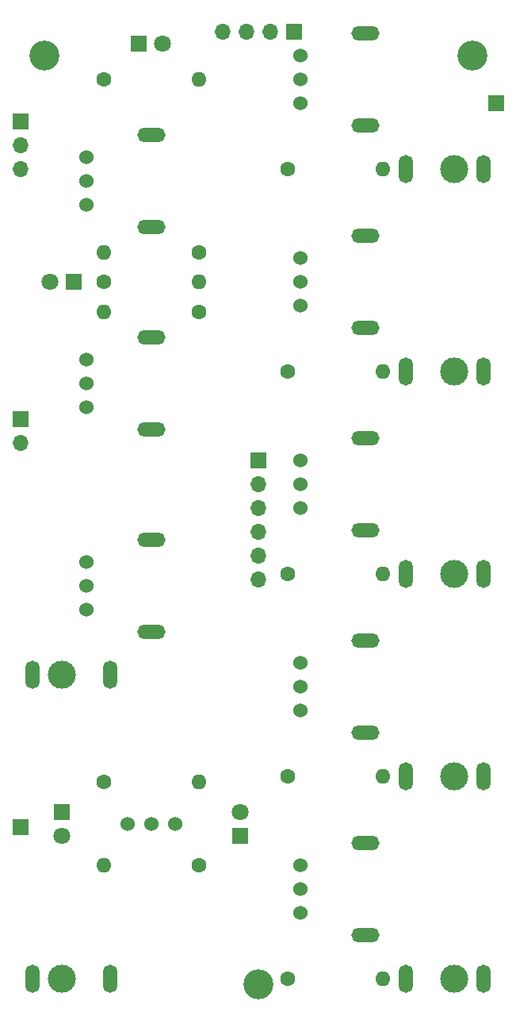
<source format=gbs>
G04 #@! TF.GenerationSoftware,KiCad,Pcbnew,(6.0.0)*
G04 #@! TF.CreationDate,2022-08-09T16:31:54+02:00*
G04 #@! TF.ProjectId,FG-VCO-(interface),46472d56-434f-42d2-9869-6e7465726661,rev?*
G04 #@! TF.SameCoordinates,Original*
G04 #@! TF.FileFunction,Soldermask,Bot*
G04 #@! TF.FilePolarity,Negative*
%FSLAX46Y46*%
G04 Gerber Fmt 4.6, Leading zero omitted, Abs format (unit mm)*
G04 Created by KiCad (PCBNEW (6.0.0)) date 2022-08-09 16:31:54*
%MOMM*%
%LPD*%
G01*
G04 APERTURE LIST*
%ADD10C,1.600000*%
%ADD11O,1.600000X1.600000*%
%ADD12C,3.000000*%
%ADD13O,1.500000X3.000000*%
%ADD14R,1.800000X1.800000*%
%ADD15C,1.800000*%
%ADD16C,3.200000*%
%ADD17C,1.524000*%
%ADD18O,3.000000X1.500000*%
%ADD19R,1.700000X1.700000*%
%ADD20O,1.700000X1.700000*%
G04 APERTURE END LIST*
D10*
X20320000Y-31115000D03*
D11*
X10160000Y-31115000D03*
D10*
X20320000Y-24765000D03*
D11*
X10160000Y-24765000D03*
D12*
X47625000Y-59055000D03*
D13*
X42475000Y-59055000D03*
X50725000Y-59055000D03*
D12*
X5715000Y-69850000D03*
D13*
X10865000Y-69850000D03*
X2615000Y-69850000D03*
D14*
X24765000Y-87000000D03*
D15*
X24765000Y-84460000D03*
D12*
X47625000Y-80645000D03*
D13*
X42475000Y-80645000D03*
X50725000Y-80645000D03*
D10*
X29845000Y-15875000D03*
D11*
X40005000Y-15875000D03*
D10*
X29845000Y-102235000D03*
D11*
X40005000Y-102235000D03*
D10*
X20320000Y-90170000D03*
D11*
X10160000Y-90170000D03*
D12*
X5715000Y-102235000D03*
D13*
X10865000Y-102235000D03*
X2615000Y-102235000D03*
D10*
X10160000Y-6350000D03*
D11*
X20320000Y-6350000D03*
D10*
X10160000Y-27940000D03*
D11*
X20320000Y-27940000D03*
D16*
X3810000Y-3810000D03*
D17*
X31200000Y-30480000D03*
X31200000Y-27940000D03*
X31200000Y-25400000D03*
D18*
X38100000Y-23040000D03*
X38100000Y-32840000D03*
D17*
X31200000Y-52070000D03*
X31200000Y-49530000D03*
X31200000Y-46990000D03*
D18*
X38100000Y-44630000D03*
X38100000Y-54430000D03*
D19*
X52070000Y-8890000D03*
D17*
X17780000Y-85725000D03*
X15240000Y-85725000D03*
X12700000Y-85725000D03*
D12*
X47625000Y-37465000D03*
D13*
X42475000Y-37465000D03*
X50725000Y-37465000D03*
D12*
X47625000Y-15875000D03*
D13*
X42475000Y-15875000D03*
X50725000Y-15875000D03*
D10*
X29845000Y-37465000D03*
D11*
X40005000Y-37465000D03*
D17*
X8340000Y-19685000D03*
X8340000Y-17145000D03*
X8340000Y-14605000D03*
D18*
X15240000Y-22045000D03*
X15240000Y-12245000D03*
D17*
X31200000Y-95250000D03*
X31200000Y-92710000D03*
X31200000Y-90170000D03*
D18*
X38100000Y-87810000D03*
X38100000Y-97610000D03*
D10*
X29845000Y-59055000D03*
D11*
X40005000Y-59055000D03*
D14*
X5715000Y-84450000D03*
D15*
X5715000Y-86990000D03*
D17*
X8340000Y-62865000D03*
X8340000Y-60325000D03*
X8340000Y-57785000D03*
D18*
X15240000Y-65225000D03*
X15240000Y-55425000D03*
D10*
X10160000Y-81280000D03*
D11*
X20320000Y-81280000D03*
D12*
X47625000Y-102235000D03*
D13*
X42475000Y-102235000D03*
X50725000Y-102235000D03*
D14*
X13965000Y-2540000D03*
D15*
X16505000Y-2540000D03*
D19*
X1270000Y-86042500D03*
D16*
X26670000Y-102870000D03*
D17*
X31200000Y-8890000D03*
X31200000Y-6350000D03*
X31200000Y-3810000D03*
D18*
X38100000Y-11250000D03*
X38100000Y-1450000D03*
D10*
X29845000Y-80645000D03*
D11*
X40005000Y-80645000D03*
D17*
X8340000Y-41275000D03*
X8340000Y-38735000D03*
X8340000Y-36195000D03*
D18*
X15240000Y-43635000D03*
X15240000Y-33835000D03*
D16*
X49530000Y-3810000D03*
D14*
X6985000Y-27940000D03*
D15*
X4445000Y-27940000D03*
D17*
X31200000Y-73660000D03*
X31200000Y-71120000D03*
X31200000Y-68580000D03*
D18*
X38100000Y-76020000D03*
X38100000Y-66220000D03*
D19*
X1270000Y-42545000D03*
D20*
X1270000Y-45085000D03*
D19*
X30480000Y-1270000D03*
D20*
X27940000Y-1270000D03*
X25400000Y-1270000D03*
X22860000Y-1270000D03*
D19*
X26670000Y-46990000D03*
D20*
X26670000Y-49530000D03*
X26670000Y-52070000D03*
X26670000Y-54610000D03*
X26670000Y-57150000D03*
X26670000Y-59690000D03*
D19*
X1270000Y-10795000D03*
D20*
X1270000Y-13335000D03*
X1270000Y-15875000D03*
M02*

</source>
